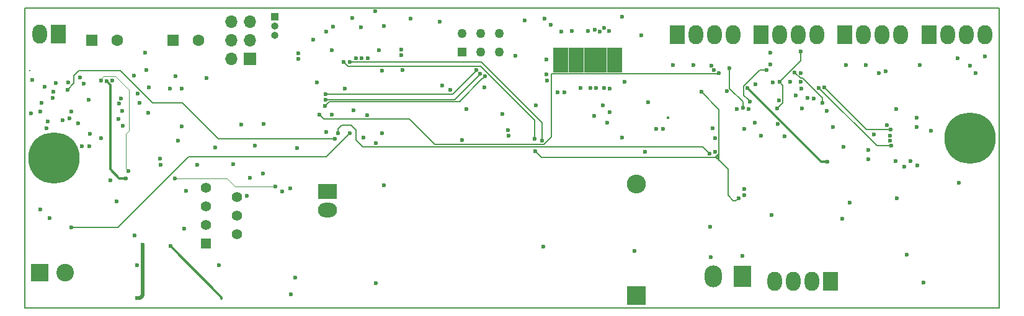
<source format=gbr>
G04 #@! TF.FileFunction,Copper,L5,Inr,Signal*
%FSLAX46Y46*%
G04 Gerber Fmt 4.6, Leading zero omitted, Abs format (unit mm)*
G04 Created by KiCad (PCBNEW 4.0.7) date 06/14/18 16:50:20*
%MOMM*%
%LPD*%
G01*
G04 APERTURE LIST*
%ADD10C,0.100000*%
%ADD11C,0.150000*%
%ADD12R,1.600000X1.600000*%
%ADD13C,1.600000*%
%ADD14R,2.600000X2.600000*%
%ADD15O,2.600000X2.600000*%
%ADD16C,7.000000*%
%ADD17R,1.700000X1.700000*%
%ADD18O,1.700000X1.700000*%
%ADD19R,1.000000X1.000000*%
%ADD20O,1.000000X1.000000*%
%ADD21R,2.350000X3.000000*%
%ADD22O,2.350000X3.000000*%
%ADD23C,1.270000*%
%ADD24R,1.270000X1.270000*%
%ADD25R,2.000000X2.600000*%
%ADD26O,2.000000X2.600000*%
%ADD27R,1.397000X1.397000*%
%ADD28C,1.397000*%
%ADD29R,1.100000X0.890000*%
%ADD30R,2.600000X2.000000*%
%ADD31O,2.600000X2.000000*%
%ADD32C,2.400000*%
%ADD33R,2.400000X2.400000*%
%ADD34C,0.600000*%
%ADD35C,0.400000*%
%ADD36C,0.200000*%
%ADD37C,0.200000*%
%ADD38C,0.300000*%
%ADD39C,0.500000*%
G04 APERTURE END LIST*
D10*
D11*
X25000000Y-164000000D02*
X25000000Y-123000000D01*
X158000000Y-164000000D02*
X25000000Y-164000000D01*
X158000000Y-123000000D02*
X158000000Y-164000000D01*
X25000000Y-123000000D02*
X158000000Y-123000000D01*
D12*
X45200000Y-127450000D03*
D13*
X48700000Y-127450000D03*
D12*
X34100000Y-127450000D03*
D13*
X37600000Y-127450000D03*
D14*
X108490000Y-162350000D03*
D15*
X108490000Y-147110000D03*
D16*
X154010000Y-140810000D03*
D17*
X55690000Y-129950000D03*
D18*
X53150000Y-129950000D03*
X55690000Y-127410000D03*
X53150000Y-127410000D03*
X55690000Y-124870000D03*
X53150000Y-124870000D03*
D19*
X59090000Y-124250000D03*
D20*
X59090000Y-125520000D03*
X59090000Y-126790000D03*
D21*
X122950000Y-159700000D03*
D22*
X118990000Y-159700000D03*
D23*
X84690000Y-126480000D03*
X87230000Y-126480000D03*
X89770000Y-126480000D03*
D24*
X84690000Y-129020000D03*
D23*
X87230000Y-129020000D03*
X89770000Y-129020000D03*
D25*
X125520000Y-126650000D03*
D26*
X128060000Y-126650000D03*
X130600000Y-126650000D03*
X133140000Y-126650000D03*
D25*
X114080000Y-126650000D03*
D26*
X116620000Y-126650000D03*
X119160000Y-126650000D03*
X121700000Y-126650000D03*
D25*
X136950000Y-126650000D03*
D26*
X139490000Y-126650000D03*
X142030000Y-126650000D03*
X144570000Y-126650000D03*
D25*
X148400000Y-126650000D03*
D26*
X150940000Y-126650000D03*
X153480000Y-126650000D03*
X156020000Y-126650000D03*
D27*
X49724000Y-155220000D03*
D28*
X53915000Y-153950000D03*
X49724000Y-152680000D03*
X53915000Y-151410000D03*
X49724000Y-150140000D03*
X53915000Y-148870000D03*
X49724000Y-147600000D03*
D29*
X106045000Y-131385000D03*
X106045000Y-130535000D03*
X106045000Y-128835000D03*
X106045000Y-129685000D03*
X104988750Y-129685000D03*
X104988750Y-128835000D03*
X104988750Y-130535000D03*
X104988750Y-131385000D03*
X103932500Y-131385000D03*
X103932500Y-130535000D03*
X103932500Y-128835000D03*
X103932500Y-129685000D03*
X102876250Y-129685000D03*
X102876250Y-128835000D03*
X102876250Y-130535000D03*
X102876250Y-131385000D03*
X101820000Y-131385000D03*
X101820000Y-130535000D03*
X101820000Y-128835000D03*
X101820000Y-129685000D03*
X100763750Y-129685000D03*
X100763750Y-128835000D03*
X100763750Y-130535000D03*
X100763750Y-131385000D03*
X99707500Y-131385000D03*
X99707500Y-130535000D03*
X99707500Y-128835000D03*
X99707500Y-129685000D03*
X98651250Y-129685000D03*
X98651250Y-128835000D03*
X98651250Y-130535000D03*
X98651250Y-131385000D03*
X97595000Y-131385000D03*
X97595000Y-130535000D03*
X97595000Y-128835000D03*
X97595000Y-129685000D03*
D16*
X29000000Y-143500000D03*
D30*
X66330000Y-148100000D03*
D31*
X66330000Y-150640000D03*
D25*
X29550000Y-126600000D03*
D26*
X27010000Y-126600000D03*
D32*
X30500000Y-159200000D03*
D33*
X27000000Y-159200000D03*
D25*
X134950000Y-160350000D03*
D26*
X132410000Y-160350000D03*
X129870000Y-160350000D03*
X127330000Y-160350000D03*
D34*
X28910000Y-134470000D03*
X40400000Y-134750000D03*
X45900000Y-141170000D03*
X50990000Y-142080000D03*
X62190000Y-142140000D03*
X56400000Y-141830000D03*
X54570000Y-138930000D03*
X57570000Y-138880000D03*
X74010000Y-147280000D03*
X69850000Y-137010000D03*
X68680000Y-134010000D03*
X40000000Y-154100000D03*
X81660000Y-124890000D03*
X91970000Y-129570000D03*
X93240000Y-124760000D03*
X77660000Y-124480000D03*
X45540000Y-132340000D03*
X41540000Y-131450000D03*
X41790000Y-137360000D03*
X37540000Y-149420000D03*
X46780000Y-153150000D03*
X47000000Y-148010000D03*
X48490000Y-144440000D03*
X53460000Y-144330000D03*
X49760000Y-132620000D03*
X41440000Y-129150000D03*
X41940000Y-133860000D03*
X44770000Y-134020000D03*
X46420000Y-133990000D03*
X122410000Y-148980000D03*
X117330000Y-134450000D03*
X87680000Y-133900000D03*
X94670000Y-142550000D03*
X126248909Y-131521091D03*
X123975028Y-135790010D03*
X134480000Y-137070000D03*
X146740000Y-139240000D03*
X143876446Y-143973554D03*
X140120000Y-142450000D03*
X133830000Y-135950000D03*
X130070000Y-131800000D03*
X36680000Y-146600000D03*
X43520000Y-144450000D03*
X57460000Y-145630000D03*
X61230000Y-147640000D03*
X71200000Y-140740000D03*
X72875860Y-141510000D03*
X73788316Y-140129999D03*
X83100000Y-134210000D03*
X74020000Y-125490000D03*
X69670000Y-124340000D03*
X67040000Y-125530000D03*
X33720000Y-135550000D03*
X25830000Y-137450000D03*
X119004779Y-131524908D03*
X109680000Y-142680000D03*
D35*
X112810000Y-138010000D03*
D34*
X123020000Y-136640000D03*
X121200000Y-131250000D03*
X129480000Y-133059999D03*
X146710000Y-138050000D03*
X145040000Y-144670000D03*
X143960000Y-136820000D03*
X147120000Y-130820000D03*
X154000000Y-130890000D03*
X142520000Y-131670000D03*
X71740000Y-137670000D03*
X73780000Y-131590000D03*
X66890000Y-128800000D03*
X70910000Y-125610000D03*
X64900000Y-133210000D03*
X72800000Y-123480000D03*
X61930000Y-159850000D03*
X72920000Y-160590000D03*
X55700000Y-146190000D03*
X118620000Y-157050000D03*
X90140000Y-137480000D03*
X122940000Y-156880000D03*
X25980000Y-132860000D03*
X39880000Y-132240000D03*
X29210000Y-133280000D03*
X32490000Y-132470000D03*
D36*
X25650000Y-131580000D03*
D34*
X27980000Y-139440000D03*
X32760000Y-141900000D03*
X44850000Y-155540000D03*
D36*
X51850000Y-162770000D03*
D34*
X119250000Y-142650000D03*
X123230000Y-139530000D03*
X156020000Y-129600000D03*
X145390000Y-156730000D03*
X123760000Y-136800000D03*
X123190000Y-147730000D03*
X96170000Y-130030000D03*
X134500000Y-144030000D03*
X123640000Y-133960000D03*
X104100000Y-125750000D03*
X95960000Y-124430000D03*
X96750000Y-125330000D03*
X106480000Y-124220000D03*
X102800000Y-126030000D03*
X106820000Y-133060000D03*
X102960000Y-133980000D03*
X103860000Y-136350000D03*
X98600000Y-134520000D03*
X104820000Y-137290000D03*
X104810000Y-133990000D03*
X152510000Y-146890000D03*
X144050000Y-149060000D03*
X146780000Y-144560000D03*
X102160000Y-133970000D03*
X102720000Y-137760000D03*
X46420000Y-139170000D03*
X27100000Y-150500000D03*
X65970000Y-136420000D03*
X87770000Y-132360000D03*
X130880000Y-133090000D03*
X154810000Y-131920000D03*
X87155891Y-132024014D03*
X141580000Y-131910000D03*
X130930000Y-131950000D03*
X66010000Y-135530000D03*
X86656890Y-131533081D03*
X118710000Y-130890000D03*
X66050686Y-134800686D03*
X113450000Y-130840000D03*
X116280000Y-130850000D03*
X108250000Y-156240000D03*
X118550000Y-152930000D03*
X95740000Y-155630000D03*
X152300000Y-129860000D03*
X126750000Y-129140000D03*
X126760000Y-130690000D03*
X35420000Y-132900000D03*
X134110000Y-133860000D03*
X143190000Y-139640000D03*
X94600000Y-140890000D03*
X68540000Y-130390000D03*
X60100000Y-148110000D03*
X39150000Y-145320000D03*
X98210000Y-126210000D03*
X123200000Y-148560000D03*
X128660000Y-140550000D03*
X140160000Y-143710000D03*
X125520000Y-140470000D03*
X99620000Y-126160000D03*
X127110000Y-133160000D03*
X103510000Y-126220000D03*
X137630000Y-149590000D03*
X101830000Y-126140000D03*
X136730000Y-142020000D03*
X41080000Y-155400000D03*
X40330000Y-162610000D03*
X135320000Y-139310000D03*
X104080000Y-133980000D03*
X104470000Y-138690000D03*
X109100000Y-126790000D03*
X104730000Y-126190000D03*
X100820000Y-133950000D03*
X97740000Y-134570000D03*
X143060000Y-141160000D03*
X96240000Y-132890000D03*
X66920000Y-137610000D03*
X84670000Y-141050000D03*
X91010000Y-140500000D03*
X31330000Y-137160000D03*
X27130000Y-137130000D03*
X124660000Y-138720000D03*
X124740000Y-133450000D03*
X106500000Y-140690000D03*
X131850000Y-135330000D03*
X120850000Y-134400000D03*
X122190000Y-136790000D03*
X132720000Y-135370000D03*
X71773646Y-129879990D03*
X35410000Y-140770000D03*
X111150000Y-139560000D03*
X112090000Y-139530000D03*
X148690000Y-139780000D03*
X81950000Y-133630000D03*
X137060000Y-130850000D03*
X139760000Y-130850000D03*
X118450002Y-142900000D03*
X67730000Y-140160000D03*
X65210000Y-137590000D03*
X119760000Y-131900000D03*
X130960000Y-134010000D03*
X66090000Y-140000000D03*
X62350000Y-129200000D03*
X70950000Y-129880000D03*
X62320000Y-130000000D03*
X70160000Y-129870000D03*
X73330000Y-128760000D03*
X130220000Y-135000000D03*
X76410000Y-129430000D03*
X127928312Y-135626131D03*
X76540000Y-131490000D03*
X145920000Y-143940000D03*
X140910000Y-140300000D03*
X64340000Y-127340000D03*
X43480000Y-143630000D03*
X142692460Y-139047540D03*
X66150000Y-126270000D03*
X67290000Y-140930000D03*
X28770000Y-135340000D03*
X30850000Y-134170000D03*
X31370000Y-153030000D03*
X69340000Y-140130000D03*
X143110000Y-140430000D03*
X76400000Y-128700000D03*
X96160000Y-132100000D03*
X110110000Y-135860000D03*
X126900000Y-151290000D03*
X147690000Y-160540000D03*
X136540000Y-151780000D03*
X33000000Y-133360000D03*
X33830000Y-140200000D03*
X30170000Y-138380000D03*
X33820000Y-141940000D03*
X27660000Y-133810000D03*
X30870000Y-133180000D03*
X38340000Y-139100000D03*
X38070000Y-135350000D03*
X55313511Y-148660000D03*
X119240000Y-140770000D03*
X45480000Y-146270000D03*
X38750000Y-146270000D03*
X36170000Y-133030000D03*
X133380000Y-133920000D03*
X143250000Y-141860000D03*
X95630000Y-141140000D03*
X69340000Y-130380000D03*
X59200000Y-147400000D03*
X118838554Y-139468554D03*
X127740000Y-138860000D03*
X131060002Y-136765002D03*
X127670000Y-136780000D03*
X128050000Y-133100000D03*
X130930000Y-128980000D03*
X85300000Y-136790000D03*
X94730000Y-136330000D03*
X90900000Y-139710000D03*
X61320000Y-162100000D03*
X28410000Y-151760000D03*
X51500000Y-158130000D03*
X40300000Y-158200000D03*
X38300000Y-137080000D03*
X37800000Y-138150000D03*
X40610000Y-136010000D03*
X36890000Y-132950000D03*
X37850000Y-136070000D03*
X27310000Y-135960000D03*
X31090000Y-138100000D03*
X28130000Y-138510000D03*
X32230000Y-138810000D03*
D37*
X120960000Y-145025722D02*
X119790000Y-143855722D01*
X120960000Y-148610000D02*
X120960000Y-145025722D01*
X121710000Y-149360000D02*
X120960000Y-148610000D01*
X122030000Y-149360000D02*
X121710000Y-149360000D01*
X122410000Y-148980000D02*
X122030000Y-149360000D01*
X119750001Y-143700000D02*
X119750001Y-143815723D01*
X119750001Y-143380000D02*
X119750001Y-143700000D01*
X119300002Y-143340000D02*
X119430000Y-143210002D01*
X119240001Y-143400001D02*
X119300002Y-143340000D01*
X119750001Y-143700000D02*
X119660002Y-143700000D01*
X119660002Y-143700000D02*
X119300002Y-143340000D01*
X119750001Y-142890001D02*
X119750001Y-143380000D01*
X119430000Y-143210002D02*
X119550000Y-143090002D01*
X119550000Y-143090002D02*
X119750001Y-142890001D01*
X119750001Y-143380000D02*
X119750001Y-143290003D01*
X119750001Y-143290003D02*
X119550000Y-143090002D01*
X119750001Y-143815723D02*
X119750001Y-143530003D01*
X119750001Y-143530003D02*
X119430000Y-143210002D01*
X119790000Y-143855722D02*
X119334279Y-143400001D01*
X119750001Y-143815723D02*
X119790000Y-143855722D01*
X119334279Y-143400001D02*
X119240001Y-143400001D01*
X117330000Y-134450000D02*
X119750001Y-136890000D01*
X119240001Y-143400001D02*
X95520001Y-143400001D01*
X119750001Y-136890000D02*
X119750001Y-142890001D01*
X95520001Y-143400001D02*
X94670000Y-142550000D01*
X126248909Y-131521091D02*
X125338907Y-131521091D01*
X125338907Y-131521091D02*
X123139999Y-133719999D01*
X123139999Y-133719999D02*
X123139999Y-134954981D01*
X123139999Y-134954981D02*
X123675029Y-135490011D01*
X123675029Y-135490011D02*
X123975028Y-135790010D01*
X130070000Y-131800000D02*
X130859999Y-132589999D01*
X130859999Y-132589999D02*
X131120001Y-132589999D01*
X131120001Y-132589999D02*
X133830000Y-135299998D01*
X133830000Y-135299998D02*
X133830000Y-135950000D01*
X123020000Y-136640000D02*
X123020000Y-135829998D01*
X123020000Y-135829998D02*
X121190002Y-134000000D01*
X121190002Y-134000000D02*
X121190002Y-131674264D01*
X121190002Y-131674264D02*
X121200000Y-131250000D01*
D38*
X44850000Y-155540000D02*
X51850000Y-162540000D01*
X51850000Y-162540000D02*
X51850000Y-162770000D01*
X123640000Y-133960000D02*
X133710000Y-144030000D01*
X133710000Y-144030000D02*
X134500000Y-144030000D01*
D37*
X66559990Y-135830010D02*
X84429990Y-135830010D01*
X65970000Y-136420000D02*
X66559990Y-135830010D01*
X84429990Y-135687048D02*
X87417038Y-132700000D01*
X84429990Y-135830010D02*
X84429990Y-135687048D01*
X87417038Y-132700000D02*
X87430000Y-132700000D01*
X87430000Y-132700000D02*
X87770000Y-132360000D01*
X83649905Y-135530000D02*
X86855892Y-132324013D01*
X66010000Y-135530000D02*
X83649905Y-135530000D01*
X86855892Y-132324013D02*
X87155891Y-132024014D01*
X83389285Y-134800686D02*
X86356891Y-131833080D01*
X66050686Y-134800686D02*
X83389285Y-134800686D01*
X86356891Y-131833080D02*
X86656890Y-131533081D01*
D10*
X35860000Y-132350000D02*
X35730000Y-132350000D01*
X38790000Y-140220000D02*
X39200000Y-139810000D01*
X39200000Y-139810000D02*
X39200000Y-134200000D01*
X39200000Y-134200000D02*
X37350000Y-132350000D01*
X37350000Y-132350000D02*
X35860000Y-132350000D01*
X38790000Y-141650000D02*
X38790000Y-144960000D01*
X38790000Y-144960000D02*
X39150000Y-145320000D01*
X38790000Y-141650000D02*
X38790000Y-140220000D01*
X35420000Y-132660000D02*
X35420000Y-132900000D01*
X35730000Y-132350000D02*
X35420000Y-132660000D01*
D37*
X94600000Y-140465736D02*
X94600000Y-140890000D01*
X69120000Y-130970000D02*
X87220004Y-130970000D01*
X68540000Y-130390000D02*
X69120000Y-130970000D01*
X87220004Y-130970000D02*
X94600000Y-138349996D01*
X94600000Y-138349996D02*
X94600000Y-140465736D01*
X143190000Y-139640000D02*
X139890000Y-139640000D01*
X139890000Y-139640000D02*
X134110000Y-133860000D01*
D39*
X41080000Y-155400000D02*
X41080000Y-162300000D01*
X40760000Y-162620000D02*
X40760000Y-162615736D01*
X40760000Y-162615736D02*
X40754264Y-162610000D01*
X40754264Y-162610000D02*
X40330000Y-162610000D01*
X41080000Y-162300000D02*
X40760000Y-162620000D01*
D37*
X71140000Y-142010000D02*
X117540000Y-142010000D01*
X70170000Y-139690000D02*
X70170000Y-141040000D01*
X70170000Y-141040000D02*
X71140000Y-142010000D01*
X69510000Y-139030000D02*
X70170000Y-139690000D01*
X68260000Y-139030000D02*
X69510000Y-139030000D01*
X67730000Y-139560000D02*
X68260000Y-139030000D01*
X67730000Y-140160000D02*
X67730000Y-139560000D01*
X117540000Y-142010000D02*
X118430000Y-142900000D01*
X118430000Y-142900000D02*
X118450002Y-142900000D01*
X119760000Y-131900000D02*
X119629999Y-132030001D01*
X119629999Y-132030001D02*
X96884999Y-132030001D01*
X96884999Y-132030001D02*
X96884999Y-140625003D01*
X77460001Y-138170001D02*
X65790001Y-138170001D01*
X96884999Y-140625003D02*
X95870001Y-141640001D01*
X95870001Y-141640001D02*
X80930001Y-141640001D01*
X80930001Y-141640001D02*
X77460001Y-138170001D01*
X65790001Y-138170001D02*
X65210000Y-137590000D01*
X46469999Y-135999999D02*
X42449999Y-135999999D01*
X67290000Y-140930000D02*
X51400000Y-140930000D01*
X51400000Y-140930000D02*
X46469999Y-135999999D01*
X31710000Y-133310000D02*
X30850000Y-134170000D01*
X31710000Y-132240000D02*
X31710000Y-133310000D01*
X32350000Y-131600000D02*
X31710000Y-132240000D01*
X38050000Y-131600000D02*
X32350000Y-131600000D01*
X42449999Y-135999999D02*
X38050000Y-131600000D01*
X37670000Y-153030000D02*
X31370000Y-153030000D01*
X47360000Y-143340000D02*
X37670000Y-153030000D01*
X66130000Y-143340000D02*
X47360000Y-143340000D01*
X69340000Y-140130000D02*
X66130000Y-143340000D01*
D10*
X52570782Y-146270000D02*
X45480000Y-146270000D01*
X59200000Y-147400000D02*
X53700782Y-147400000D01*
X52570782Y-146270000D02*
X53700782Y-147400000D01*
D38*
X36170000Y-133030000D02*
X36630000Y-133490000D01*
X36630000Y-133490000D02*
X36630000Y-145010000D01*
X36630000Y-145010000D02*
X37890000Y-146270000D01*
X37890000Y-146270000D02*
X38750000Y-146270000D01*
D37*
X143250000Y-141860000D02*
X141320000Y-141860000D01*
X141320000Y-141860000D02*
X133380000Y-133920000D01*
X87300000Y-130380000D02*
X95630000Y-138710000D01*
X95630000Y-138710000D02*
X95630000Y-141140000D01*
X69340000Y-130380000D02*
X87300000Y-130380000D01*
X128428313Y-135996689D02*
X128403311Y-135996689D01*
X128403311Y-135996689D02*
X127670000Y-136780000D01*
X128050000Y-133100000D02*
X128428313Y-133588314D01*
X128428313Y-133588314D02*
X128428313Y-135996689D01*
X130930000Y-128980000D02*
X130930000Y-130230001D01*
X130930000Y-130230001D02*
X128050000Y-133100000D01*
M02*

</source>
